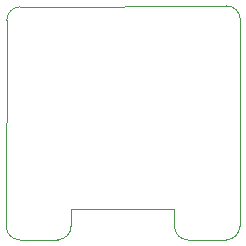
<source format=gbr>
%TF.GenerationSoftware,KiCad,Pcbnew,(5.1.2)-2*%
%TF.CreationDate,2021-02-26T22:53:36+01:00*%
%TF.ProjectId,NRF52_Basic,4e524635-325f-4426-9173-69632e6b6963,V1*%
%TF.SameCoordinates,Original*%
%TF.FileFunction,Profile,NP*%
%FSLAX46Y46*%
G04 Gerber Fmt 4.6, Leading zero omitted, Abs format (unit mm)*
G04 Created by KiCad (PCBNEW (5.1.2)-2) date 2021-02-26 22:53:36*
%MOMM*%
%LPD*%
G04 APERTURE LIST*
%ADD10C,0.050000*%
G04 APERTURE END LIST*
D10*
X149159004Y-91440090D02*
X149143720Y-89982040D01*
X149159004Y-91440090D02*
G75*
G03X150301960Y-92593160I1142956J-10070D01*
G01*
X153537160Y-92588080D02*
X150301960Y-92593160D01*
X140406076Y-91424850D02*
X140390880Y-89956640D01*
X140406076Y-91424850D02*
G75*
G02X139263120Y-92577920I-1142956J-10070D01*
G01*
X140390880Y-89956640D02*
X149143720Y-89982040D01*
X154680116Y-91435010D02*
G75*
G02X153537160Y-92588080I-1142956J-10070D01*
G01*
X136063480Y-92588080D02*
G75*
G02X134910410Y-91445124I-10070J1142956D01*
G01*
X134961164Y-74015510D02*
G75*
G02X136104120Y-72862440I1142956J10070D01*
G01*
X153572810Y-72781204D02*
G75*
G02X154725880Y-73924160I10070J-1142956D01*
G01*
X153572810Y-72781204D02*
X136104120Y-72862440D01*
X154680116Y-91435010D02*
X154725880Y-73924160D01*
X136063480Y-92588080D02*
X139263120Y-92577920D01*
X134961164Y-74015510D02*
X134910410Y-91445124D01*
M02*

</source>
